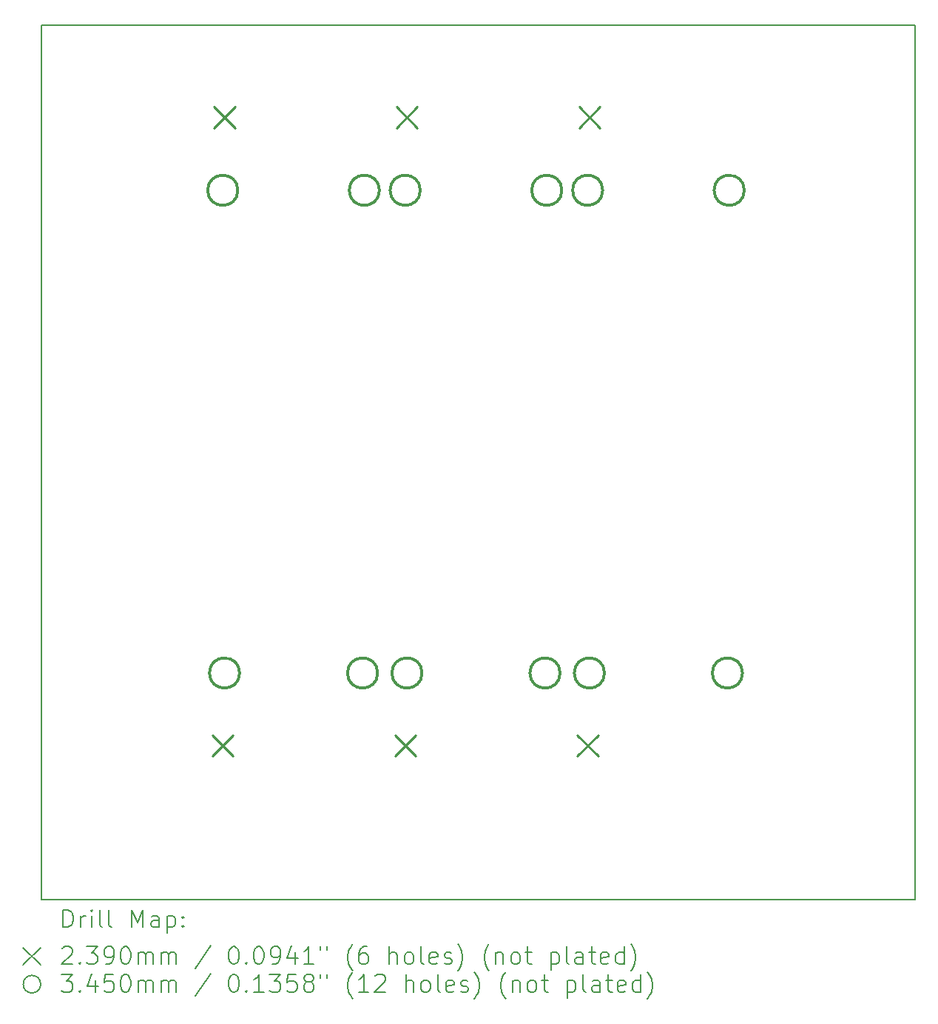
<source format=gbr>
%TF.GenerationSoftware,KiCad,Pcbnew,(6.0.7)*%
%TF.CreationDate,2022-10-24T21:40:08-07:00*%
%TF.ProjectId,18650_3s2p,31383635-305f-4337-9332-702e6b696361,2.0*%
%TF.SameCoordinates,Original*%
%TF.FileFunction,Drillmap*%
%TF.FilePolarity,Positive*%
%FSLAX45Y45*%
G04 Gerber Fmt 4.5, Leading zero omitted, Abs format (unit mm)*
G04 Created by KiCad (PCBNEW (6.0.7)) date 2022-10-24 21:40:08*
%MOMM*%
%LPD*%
G01*
G04 APERTURE LIST*
%ADD10C,0.200000*%
%ADD11C,0.239000*%
%ADD12C,0.345000*%
G04 APERTURE END LIST*
D10*
X5000000Y-5000000D02*
X15000000Y-5000000D01*
X15000000Y-5000000D02*
X15000000Y-15000000D01*
X15000000Y-15000000D02*
X5000000Y-15000000D01*
X5000000Y-15000000D02*
X5000000Y-5000000D01*
D11*
X6954500Y-13125500D02*
X7193500Y-13364500D01*
X7193500Y-13125500D02*
X6954500Y-13364500D01*
X6974500Y-5939500D02*
X7213500Y-6178500D01*
X7213500Y-5939500D02*
X6974500Y-6178500D01*
X9042500Y-13125500D02*
X9281500Y-13364500D01*
X9281500Y-13125500D02*
X9042500Y-13364500D01*
X9062500Y-5939500D02*
X9301500Y-6178500D01*
X9301500Y-5939500D02*
X9062500Y-6178500D01*
X11130500Y-13125500D02*
X11369500Y-13364500D01*
X11369500Y-13125500D02*
X11130500Y-13364500D01*
X11150500Y-5939500D02*
X11389500Y-6178500D01*
X11389500Y-5939500D02*
X11150500Y-6178500D01*
D12*
X7246500Y-6892000D02*
G75*
G03*
X7246500Y-6892000I-172500J0D01*
G01*
X7266500Y-12412000D02*
G75*
G03*
X7266500Y-12412000I-172500J0D01*
G01*
X8846500Y-12412000D02*
G75*
G03*
X8846500Y-12412000I-172500J0D01*
G01*
X8866500Y-6892000D02*
G75*
G03*
X8866500Y-6892000I-172500J0D01*
G01*
X9334500Y-6892000D02*
G75*
G03*
X9334500Y-6892000I-172500J0D01*
G01*
X9354500Y-12412000D02*
G75*
G03*
X9354500Y-12412000I-172500J0D01*
G01*
X10934500Y-12412000D02*
G75*
G03*
X10934500Y-12412000I-172500J0D01*
G01*
X10954500Y-6892000D02*
G75*
G03*
X10954500Y-6892000I-172500J0D01*
G01*
X11422500Y-6892000D02*
G75*
G03*
X11422500Y-6892000I-172500J0D01*
G01*
X11442500Y-12412000D02*
G75*
G03*
X11442500Y-12412000I-172500J0D01*
G01*
X13022500Y-12412000D02*
G75*
G03*
X13022500Y-12412000I-172500J0D01*
G01*
X13042500Y-6892000D02*
G75*
G03*
X13042500Y-6892000I-172500J0D01*
G01*
D10*
X5247619Y-15320476D02*
X5247619Y-15120476D01*
X5295238Y-15120476D01*
X5323810Y-15130000D01*
X5342857Y-15149048D01*
X5352381Y-15168095D01*
X5361905Y-15206190D01*
X5361905Y-15234762D01*
X5352381Y-15272857D01*
X5342857Y-15291905D01*
X5323810Y-15310952D01*
X5295238Y-15320476D01*
X5247619Y-15320476D01*
X5447619Y-15320476D02*
X5447619Y-15187143D01*
X5447619Y-15225238D02*
X5457143Y-15206190D01*
X5466667Y-15196667D01*
X5485714Y-15187143D01*
X5504762Y-15187143D01*
X5571429Y-15320476D02*
X5571429Y-15187143D01*
X5571429Y-15120476D02*
X5561905Y-15130000D01*
X5571429Y-15139524D01*
X5580952Y-15130000D01*
X5571429Y-15120476D01*
X5571429Y-15139524D01*
X5695238Y-15320476D02*
X5676190Y-15310952D01*
X5666667Y-15291905D01*
X5666667Y-15120476D01*
X5800000Y-15320476D02*
X5780952Y-15310952D01*
X5771428Y-15291905D01*
X5771428Y-15120476D01*
X6028571Y-15320476D02*
X6028571Y-15120476D01*
X6095238Y-15263333D01*
X6161905Y-15120476D01*
X6161905Y-15320476D01*
X6342857Y-15320476D02*
X6342857Y-15215714D01*
X6333333Y-15196667D01*
X6314286Y-15187143D01*
X6276190Y-15187143D01*
X6257143Y-15196667D01*
X6342857Y-15310952D02*
X6323809Y-15320476D01*
X6276190Y-15320476D01*
X6257143Y-15310952D01*
X6247619Y-15291905D01*
X6247619Y-15272857D01*
X6257143Y-15253809D01*
X6276190Y-15244286D01*
X6323809Y-15244286D01*
X6342857Y-15234762D01*
X6438095Y-15187143D02*
X6438095Y-15387143D01*
X6438095Y-15196667D02*
X6457143Y-15187143D01*
X6495238Y-15187143D01*
X6514286Y-15196667D01*
X6523809Y-15206190D01*
X6533333Y-15225238D01*
X6533333Y-15282381D01*
X6523809Y-15301428D01*
X6514286Y-15310952D01*
X6495238Y-15320476D01*
X6457143Y-15320476D01*
X6438095Y-15310952D01*
X6619048Y-15301428D02*
X6628571Y-15310952D01*
X6619048Y-15320476D01*
X6609524Y-15310952D01*
X6619048Y-15301428D01*
X6619048Y-15320476D01*
X6619048Y-15196667D02*
X6628571Y-15206190D01*
X6619048Y-15215714D01*
X6609524Y-15206190D01*
X6619048Y-15196667D01*
X6619048Y-15215714D01*
X4790000Y-15550000D02*
X4990000Y-15750000D01*
X4990000Y-15550000D02*
X4790000Y-15750000D01*
X5238095Y-15559524D02*
X5247619Y-15550000D01*
X5266667Y-15540476D01*
X5314286Y-15540476D01*
X5333333Y-15550000D01*
X5342857Y-15559524D01*
X5352381Y-15578571D01*
X5352381Y-15597619D01*
X5342857Y-15626190D01*
X5228571Y-15740476D01*
X5352381Y-15740476D01*
X5438095Y-15721428D02*
X5447619Y-15730952D01*
X5438095Y-15740476D01*
X5428571Y-15730952D01*
X5438095Y-15721428D01*
X5438095Y-15740476D01*
X5514286Y-15540476D02*
X5638095Y-15540476D01*
X5571429Y-15616667D01*
X5600000Y-15616667D01*
X5619048Y-15626190D01*
X5628571Y-15635714D01*
X5638095Y-15654762D01*
X5638095Y-15702381D01*
X5628571Y-15721428D01*
X5619048Y-15730952D01*
X5600000Y-15740476D01*
X5542857Y-15740476D01*
X5523810Y-15730952D01*
X5514286Y-15721428D01*
X5733333Y-15740476D02*
X5771428Y-15740476D01*
X5790476Y-15730952D01*
X5800000Y-15721428D01*
X5819048Y-15692857D01*
X5828571Y-15654762D01*
X5828571Y-15578571D01*
X5819048Y-15559524D01*
X5809524Y-15550000D01*
X5790476Y-15540476D01*
X5752381Y-15540476D01*
X5733333Y-15550000D01*
X5723809Y-15559524D01*
X5714286Y-15578571D01*
X5714286Y-15626190D01*
X5723809Y-15645238D01*
X5733333Y-15654762D01*
X5752381Y-15664286D01*
X5790476Y-15664286D01*
X5809524Y-15654762D01*
X5819048Y-15645238D01*
X5828571Y-15626190D01*
X5952381Y-15540476D02*
X5971428Y-15540476D01*
X5990476Y-15550000D01*
X6000000Y-15559524D01*
X6009524Y-15578571D01*
X6019048Y-15616667D01*
X6019048Y-15664286D01*
X6009524Y-15702381D01*
X6000000Y-15721428D01*
X5990476Y-15730952D01*
X5971428Y-15740476D01*
X5952381Y-15740476D01*
X5933333Y-15730952D01*
X5923809Y-15721428D01*
X5914286Y-15702381D01*
X5904762Y-15664286D01*
X5904762Y-15616667D01*
X5914286Y-15578571D01*
X5923809Y-15559524D01*
X5933333Y-15550000D01*
X5952381Y-15540476D01*
X6104762Y-15740476D02*
X6104762Y-15607143D01*
X6104762Y-15626190D02*
X6114286Y-15616667D01*
X6133333Y-15607143D01*
X6161905Y-15607143D01*
X6180952Y-15616667D01*
X6190476Y-15635714D01*
X6190476Y-15740476D01*
X6190476Y-15635714D02*
X6200000Y-15616667D01*
X6219048Y-15607143D01*
X6247619Y-15607143D01*
X6266667Y-15616667D01*
X6276190Y-15635714D01*
X6276190Y-15740476D01*
X6371428Y-15740476D02*
X6371428Y-15607143D01*
X6371428Y-15626190D02*
X6380952Y-15616667D01*
X6400000Y-15607143D01*
X6428571Y-15607143D01*
X6447619Y-15616667D01*
X6457143Y-15635714D01*
X6457143Y-15740476D01*
X6457143Y-15635714D02*
X6466667Y-15616667D01*
X6485714Y-15607143D01*
X6514286Y-15607143D01*
X6533333Y-15616667D01*
X6542857Y-15635714D01*
X6542857Y-15740476D01*
X6933333Y-15530952D02*
X6761905Y-15788095D01*
X7190476Y-15540476D02*
X7209524Y-15540476D01*
X7228571Y-15550000D01*
X7238095Y-15559524D01*
X7247619Y-15578571D01*
X7257143Y-15616667D01*
X7257143Y-15664286D01*
X7247619Y-15702381D01*
X7238095Y-15721428D01*
X7228571Y-15730952D01*
X7209524Y-15740476D01*
X7190476Y-15740476D01*
X7171428Y-15730952D01*
X7161905Y-15721428D01*
X7152381Y-15702381D01*
X7142857Y-15664286D01*
X7142857Y-15616667D01*
X7152381Y-15578571D01*
X7161905Y-15559524D01*
X7171428Y-15550000D01*
X7190476Y-15540476D01*
X7342857Y-15721428D02*
X7352381Y-15730952D01*
X7342857Y-15740476D01*
X7333333Y-15730952D01*
X7342857Y-15721428D01*
X7342857Y-15740476D01*
X7476190Y-15540476D02*
X7495238Y-15540476D01*
X7514286Y-15550000D01*
X7523809Y-15559524D01*
X7533333Y-15578571D01*
X7542857Y-15616667D01*
X7542857Y-15664286D01*
X7533333Y-15702381D01*
X7523809Y-15721428D01*
X7514286Y-15730952D01*
X7495238Y-15740476D01*
X7476190Y-15740476D01*
X7457143Y-15730952D01*
X7447619Y-15721428D01*
X7438095Y-15702381D01*
X7428571Y-15664286D01*
X7428571Y-15616667D01*
X7438095Y-15578571D01*
X7447619Y-15559524D01*
X7457143Y-15550000D01*
X7476190Y-15540476D01*
X7638095Y-15740476D02*
X7676190Y-15740476D01*
X7695238Y-15730952D01*
X7704762Y-15721428D01*
X7723809Y-15692857D01*
X7733333Y-15654762D01*
X7733333Y-15578571D01*
X7723809Y-15559524D01*
X7714286Y-15550000D01*
X7695238Y-15540476D01*
X7657143Y-15540476D01*
X7638095Y-15550000D01*
X7628571Y-15559524D01*
X7619048Y-15578571D01*
X7619048Y-15626190D01*
X7628571Y-15645238D01*
X7638095Y-15654762D01*
X7657143Y-15664286D01*
X7695238Y-15664286D01*
X7714286Y-15654762D01*
X7723809Y-15645238D01*
X7733333Y-15626190D01*
X7904762Y-15607143D02*
X7904762Y-15740476D01*
X7857143Y-15530952D02*
X7809524Y-15673809D01*
X7933333Y-15673809D01*
X8114286Y-15740476D02*
X8000000Y-15740476D01*
X8057143Y-15740476D02*
X8057143Y-15540476D01*
X8038095Y-15569048D01*
X8019048Y-15588095D01*
X8000000Y-15597619D01*
X8190476Y-15540476D02*
X8190476Y-15578571D01*
X8266667Y-15540476D02*
X8266667Y-15578571D01*
X8561905Y-15816667D02*
X8552381Y-15807143D01*
X8533333Y-15778571D01*
X8523810Y-15759524D01*
X8514286Y-15730952D01*
X8504762Y-15683333D01*
X8504762Y-15645238D01*
X8514286Y-15597619D01*
X8523810Y-15569048D01*
X8533333Y-15550000D01*
X8552381Y-15521428D01*
X8561905Y-15511905D01*
X8723810Y-15540476D02*
X8685714Y-15540476D01*
X8666667Y-15550000D01*
X8657143Y-15559524D01*
X8638095Y-15588095D01*
X8628571Y-15626190D01*
X8628571Y-15702381D01*
X8638095Y-15721428D01*
X8647619Y-15730952D01*
X8666667Y-15740476D01*
X8704762Y-15740476D01*
X8723810Y-15730952D01*
X8733333Y-15721428D01*
X8742857Y-15702381D01*
X8742857Y-15654762D01*
X8733333Y-15635714D01*
X8723810Y-15626190D01*
X8704762Y-15616667D01*
X8666667Y-15616667D01*
X8647619Y-15626190D01*
X8638095Y-15635714D01*
X8628571Y-15654762D01*
X8980952Y-15740476D02*
X8980952Y-15540476D01*
X9066667Y-15740476D02*
X9066667Y-15635714D01*
X9057143Y-15616667D01*
X9038095Y-15607143D01*
X9009524Y-15607143D01*
X8990476Y-15616667D01*
X8980952Y-15626190D01*
X9190476Y-15740476D02*
X9171429Y-15730952D01*
X9161905Y-15721428D01*
X9152381Y-15702381D01*
X9152381Y-15645238D01*
X9161905Y-15626190D01*
X9171429Y-15616667D01*
X9190476Y-15607143D01*
X9219048Y-15607143D01*
X9238095Y-15616667D01*
X9247619Y-15626190D01*
X9257143Y-15645238D01*
X9257143Y-15702381D01*
X9247619Y-15721428D01*
X9238095Y-15730952D01*
X9219048Y-15740476D01*
X9190476Y-15740476D01*
X9371429Y-15740476D02*
X9352381Y-15730952D01*
X9342857Y-15711905D01*
X9342857Y-15540476D01*
X9523810Y-15730952D02*
X9504762Y-15740476D01*
X9466667Y-15740476D01*
X9447619Y-15730952D01*
X9438095Y-15711905D01*
X9438095Y-15635714D01*
X9447619Y-15616667D01*
X9466667Y-15607143D01*
X9504762Y-15607143D01*
X9523810Y-15616667D01*
X9533333Y-15635714D01*
X9533333Y-15654762D01*
X9438095Y-15673809D01*
X9609524Y-15730952D02*
X9628571Y-15740476D01*
X9666667Y-15740476D01*
X9685714Y-15730952D01*
X9695238Y-15711905D01*
X9695238Y-15702381D01*
X9685714Y-15683333D01*
X9666667Y-15673809D01*
X9638095Y-15673809D01*
X9619048Y-15664286D01*
X9609524Y-15645238D01*
X9609524Y-15635714D01*
X9619048Y-15616667D01*
X9638095Y-15607143D01*
X9666667Y-15607143D01*
X9685714Y-15616667D01*
X9761905Y-15816667D02*
X9771429Y-15807143D01*
X9790476Y-15778571D01*
X9800000Y-15759524D01*
X9809524Y-15730952D01*
X9819048Y-15683333D01*
X9819048Y-15645238D01*
X9809524Y-15597619D01*
X9800000Y-15569048D01*
X9790476Y-15550000D01*
X9771429Y-15521428D01*
X9761905Y-15511905D01*
X10123810Y-15816667D02*
X10114286Y-15807143D01*
X10095238Y-15778571D01*
X10085714Y-15759524D01*
X10076190Y-15730952D01*
X10066667Y-15683333D01*
X10066667Y-15645238D01*
X10076190Y-15597619D01*
X10085714Y-15569048D01*
X10095238Y-15550000D01*
X10114286Y-15521428D01*
X10123810Y-15511905D01*
X10200000Y-15607143D02*
X10200000Y-15740476D01*
X10200000Y-15626190D02*
X10209524Y-15616667D01*
X10228571Y-15607143D01*
X10257143Y-15607143D01*
X10276190Y-15616667D01*
X10285714Y-15635714D01*
X10285714Y-15740476D01*
X10409524Y-15740476D02*
X10390476Y-15730952D01*
X10380952Y-15721428D01*
X10371429Y-15702381D01*
X10371429Y-15645238D01*
X10380952Y-15626190D01*
X10390476Y-15616667D01*
X10409524Y-15607143D01*
X10438095Y-15607143D01*
X10457143Y-15616667D01*
X10466667Y-15626190D01*
X10476190Y-15645238D01*
X10476190Y-15702381D01*
X10466667Y-15721428D01*
X10457143Y-15730952D01*
X10438095Y-15740476D01*
X10409524Y-15740476D01*
X10533333Y-15607143D02*
X10609524Y-15607143D01*
X10561905Y-15540476D02*
X10561905Y-15711905D01*
X10571429Y-15730952D01*
X10590476Y-15740476D01*
X10609524Y-15740476D01*
X10828571Y-15607143D02*
X10828571Y-15807143D01*
X10828571Y-15616667D02*
X10847619Y-15607143D01*
X10885714Y-15607143D01*
X10904762Y-15616667D01*
X10914286Y-15626190D01*
X10923810Y-15645238D01*
X10923810Y-15702381D01*
X10914286Y-15721428D01*
X10904762Y-15730952D01*
X10885714Y-15740476D01*
X10847619Y-15740476D01*
X10828571Y-15730952D01*
X11038095Y-15740476D02*
X11019048Y-15730952D01*
X11009524Y-15711905D01*
X11009524Y-15540476D01*
X11200000Y-15740476D02*
X11200000Y-15635714D01*
X11190476Y-15616667D01*
X11171429Y-15607143D01*
X11133333Y-15607143D01*
X11114286Y-15616667D01*
X11200000Y-15730952D02*
X11180952Y-15740476D01*
X11133333Y-15740476D01*
X11114286Y-15730952D01*
X11104762Y-15711905D01*
X11104762Y-15692857D01*
X11114286Y-15673809D01*
X11133333Y-15664286D01*
X11180952Y-15664286D01*
X11200000Y-15654762D01*
X11266667Y-15607143D02*
X11342857Y-15607143D01*
X11295238Y-15540476D02*
X11295238Y-15711905D01*
X11304762Y-15730952D01*
X11323809Y-15740476D01*
X11342857Y-15740476D01*
X11485714Y-15730952D02*
X11466667Y-15740476D01*
X11428571Y-15740476D01*
X11409524Y-15730952D01*
X11400000Y-15711905D01*
X11400000Y-15635714D01*
X11409524Y-15616667D01*
X11428571Y-15607143D01*
X11466667Y-15607143D01*
X11485714Y-15616667D01*
X11495238Y-15635714D01*
X11495238Y-15654762D01*
X11400000Y-15673809D01*
X11666667Y-15740476D02*
X11666667Y-15540476D01*
X11666667Y-15730952D02*
X11647619Y-15740476D01*
X11609524Y-15740476D01*
X11590476Y-15730952D01*
X11580952Y-15721428D01*
X11571428Y-15702381D01*
X11571428Y-15645238D01*
X11580952Y-15626190D01*
X11590476Y-15616667D01*
X11609524Y-15607143D01*
X11647619Y-15607143D01*
X11666667Y-15616667D01*
X11742857Y-15816667D02*
X11752381Y-15807143D01*
X11771428Y-15778571D01*
X11780952Y-15759524D01*
X11790476Y-15730952D01*
X11800000Y-15683333D01*
X11800000Y-15645238D01*
X11790476Y-15597619D01*
X11780952Y-15569048D01*
X11771428Y-15550000D01*
X11752381Y-15521428D01*
X11742857Y-15511905D01*
X4990000Y-15970000D02*
G75*
G03*
X4990000Y-15970000I-100000J0D01*
G01*
X5228571Y-15860476D02*
X5352381Y-15860476D01*
X5285714Y-15936667D01*
X5314286Y-15936667D01*
X5333333Y-15946190D01*
X5342857Y-15955714D01*
X5352381Y-15974762D01*
X5352381Y-16022381D01*
X5342857Y-16041428D01*
X5333333Y-16050952D01*
X5314286Y-16060476D01*
X5257143Y-16060476D01*
X5238095Y-16050952D01*
X5228571Y-16041428D01*
X5438095Y-16041428D02*
X5447619Y-16050952D01*
X5438095Y-16060476D01*
X5428571Y-16050952D01*
X5438095Y-16041428D01*
X5438095Y-16060476D01*
X5619048Y-15927143D02*
X5619048Y-16060476D01*
X5571429Y-15850952D02*
X5523810Y-15993809D01*
X5647619Y-15993809D01*
X5819048Y-15860476D02*
X5723809Y-15860476D01*
X5714286Y-15955714D01*
X5723809Y-15946190D01*
X5742857Y-15936667D01*
X5790476Y-15936667D01*
X5809524Y-15946190D01*
X5819048Y-15955714D01*
X5828571Y-15974762D01*
X5828571Y-16022381D01*
X5819048Y-16041428D01*
X5809524Y-16050952D01*
X5790476Y-16060476D01*
X5742857Y-16060476D01*
X5723809Y-16050952D01*
X5714286Y-16041428D01*
X5952381Y-15860476D02*
X5971428Y-15860476D01*
X5990476Y-15870000D01*
X6000000Y-15879524D01*
X6009524Y-15898571D01*
X6019048Y-15936667D01*
X6019048Y-15984286D01*
X6009524Y-16022381D01*
X6000000Y-16041428D01*
X5990476Y-16050952D01*
X5971428Y-16060476D01*
X5952381Y-16060476D01*
X5933333Y-16050952D01*
X5923809Y-16041428D01*
X5914286Y-16022381D01*
X5904762Y-15984286D01*
X5904762Y-15936667D01*
X5914286Y-15898571D01*
X5923809Y-15879524D01*
X5933333Y-15870000D01*
X5952381Y-15860476D01*
X6104762Y-16060476D02*
X6104762Y-15927143D01*
X6104762Y-15946190D02*
X6114286Y-15936667D01*
X6133333Y-15927143D01*
X6161905Y-15927143D01*
X6180952Y-15936667D01*
X6190476Y-15955714D01*
X6190476Y-16060476D01*
X6190476Y-15955714D02*
X6200000Y-15936667D01*
X6219048Y-15927143D01*
X6247619Y-15927143D01*
X6266667Y-15936667D01*
X6276190Y-15955714D01*
X6276190Y-16060476D01*
X6371428Y-16060476D02*
X6371428Y-15927143D01*
X6371428Y-15946190D02*
X6380952Y-15936667D01*
X6400000Y-15927143D01*
X6428571Y-15927143D01*
X6447619Y-15936667D01*
X6457143Y-15955714D01*
X6457143Y-16060476D01*
X6457143Y-15955714D02*
X6466667Y-15936667D01*
X6485714Y-15927143D01*
X6514286Y-15927143D01*
X6533333Y-15936667D01*
X6542857Y-15955714D01*
X6542857Y-16060476D01*
X6933333Y-15850952D02*
X6761905Y-16108095D01*
X7190476Y-15860476D02*
X7209524Y-15860476D01*
X7228571Y-15870000D01*
X7238095Y-15879524D01*
X7247619Y-15898571D01*
X7257143Y-15936667D01*
X7257143Y-15984286D01*
X7247619Y-16022381D01*
X7238095Y-16041428D01*
X7228571Y-16050952D01*
X7209524Y-16060476D01*
X7190476Y-16060476D01*
X7171428Y-16050952D01*
X7161905Y-16041428D01*
X7152381Y-16022381D01*
X7142857Y-15984286D01*
X7142857Y-15936667D01*
X7152381Y-15898571D01*
X7161905Y-15879524D01*
X7171428Y-15870000D01*
X7190476Y-15860476D01*
X7342857Y-16041428D02*
X7352381Y-16050952D01*
X7342857Y-16060476D01*
X7333333Y-16050952D01*
X7342857Y-16041428D01*
X7342857Y-16060476D01*
X7542857Y-16060476D02*
X7428571Y-16060476D01*
X7485714Y-16060476D02*
X7485714Y-15860476D01*
X7466667Y-15889048D01*
X7447619Y-15908095D01*
X7428571Y-15917619D01*
X7609524Y-15860476D02*
X7733333Y-15860476D01*
X7666667Y-15936667D01*
X7695238Y-15936667D01*
X7714286Y-15946190D01*
X7723809Y-15955714D01*
X7733333Y-15974762D01*
X7733333Y-16022381D01*
X7723809Y-16041428D01*
X7714286Y-16050952D01*
X7695238Y-16060476D01*
X7638095Y-16060476D01*
X7619048Y-16050952D01*
X7609524Y-16041428D01*
X7914286Y-15860476D02*
X7819048Y-15860476D01*
X7809524Y-15955714D01*
X7819048Y-15946190D01*
X7838095Y-15936667D01*
X7885714Y-15936667D01*
X7904762Y-15946190D01*
X7914286Y-15955714D01*
X7923809Y-15974762D01*
X7923809Y-16022381D01*
X7914286Y-16041428D01*
X7904762Y-16050952D01*
X7885714Y-16060476D01*
X7838095Y-16060476D01*
X7819048Y-16050952D01*
X7809524Y-16041428D01*
X8038095Y-15946190D02*
X8019048Y-15936667D01*
X8009524Y-15927143D01*
X8000000Y-15908095D01*
X8000000Y-15898571D01*
X8009524Y-15879524D01*
X8019048Y-15870000D01*
X8038095Y-15860476D01*
X8076190Y-15860476D01*
X8095238Y-15870000D01*
X8104762Y-15879524D01*
X8114286Y-15898571D01*
X8114286Y-15908095D01*
X8104762Y-15927143D01*
X8095238Y-15936667D01*
X8076190Y-15946190D01*
X8038095Y-15946190D01*
X8019048Y-15955714D01*
X8009524Y-15965238D01*
X8000000Y-15984286D01*
X8000000Y-16022381D01*
X8009524Y-16041428D01*
X8019048Y-16050952D01*
X8038095Y-16060476D01*
X8076190Y-16060476D01*
X8095238Y-16050952D01*
X8104762Y-16041428D01*
X8114286Y-16022381D01*
X8114286Y-15984286D01*
X8104762Y-15965238D01*
X8095238Y-15955714D01*
X8076190Y-15946190D01*
X8190476Y-15860476D02*
X8190476Y-15898571D01*
X8266667Y-15860476D02*
X8266667Y-15898571D01*
X8561905Y-16136667D02*
X8552381Y-16127143D01*
X8533333Y-16098571D01*
X8523810Y-16079524D01*
X8514286Y-16050952D01*
X8504762Y-16003333D01*
X8504762Y-15965238D01*
X8514286Y-15917619D01*
X8523810Y-15889048D01*
X8533333Y-15870000D01*
X8552381Y-15841428D01*
X8561905Y-15831905D01*
X8742857Y-16060476D02*
X8628571Y-16060476D01*
X8685714Y-16060476D02*
X8685714Y-15860476D01*
X8666667Y-15889048D01*
X8647619Y-15908095D01*
X8628571Y-15917619D01*
X8819048Y-15879524D02*
X8828571Y-15870000D01*
X8847619Y-15860476D01*
X8895238Y-15860476D01*
X8914286Y-15870000D01*
X8923810Y-15879524D01*
X8933333Y-15898571D01*
X8933333Y-15917619D01*
X8923810Y-15946190D01*
X8809524Y-16060476D01*
X8933333Y-16060476D01*
X9171429Y-16060476D02*
X9171429Y-15860476D01*
X9257143Y-16060476D02*
X9257143Y-15955714D01*
X9247619Y-15936667D01*
X9228571Y-15927143D01*
X9200000Y-15927143D01*
X9180952Y-15936667D01*
X9171429Y-15946190D01*
X9380952Y-16060476D02*
X9361905Y-16050952D01*
X9352381Y-16041428D01*
X9342857Y-16022381D01*
X9342857Y-15965238D01*
X9352381Y-15946190D01*
X9361905Y-15936667D01*
X9380952Y-15927143D01*
X9409524Y-15927143D01*
X9428571Y-15936667D01*
X9438095Y-15946190D01*
X9447619Y-15965238D01*
X9447619Y-16022381D01*
X9438095Y-16041428D01*
X9428571Y-16050952D01*
X9409524Y-16060476D01*
X9380952Y-16060476D01*
X9561905Y-16060476D02*
X9542857Y-16050952D01*
X9533333Y-16031905D01*
X9533333Y-15860476D01*
X9714286Y-16050952D02*
X9695238Y-16060476D01*
X9657143Y-16060476D01*
X9638095Y-16050952D01*
X9628571Y-16031905D01*
X9628571Y-15955714D01*
X9638095Y-15936667D01*
X9657143Y-15927143D01*
X9695238Y-15927143D01*
X9714286Y-15936667D01*
X9723810Y-15955714D01*
X9723810Y-15974762D01*
X9628571Y-15993809D01*
X9800000Y-16050952D02*
X9819048Y-16060476D01*
X9857143Y-16060476D01*
X9876190Y-16050952D01*
X9885714Y-16031905D01*
X9885714Y-16022381D01*
X9876190Y-16003333D01*
X9857143Y-15993809D01*
X9828571Y-15993809D01*
X9809524Y-15984286D01*
X9800000Y-15965238D01*
X9800000Y-15955714D01*
X9809524Y-15936667D01*
X9828571Y-15927143D01*
X9857143Y-15927143D01*
X9876190Y-15936667D01*
X9952381Y-16136667D02*
X9961905Y-16127143D01*
X9980952Y-16098571D01*
X9990476Y-16079524D01*
X10000000Y-16050952D01*
X10009524Y-16003333D01*
X10009524Y-15965238D01*
X10000000Y-15917619D01*
X9990476Y-15889048D01*
X9980952Y-15870000D01*
X9961905Y-15841428D01*
X9952381Y-15831905D01*
X10314286Y-16136667D02*
X10304762Y-16127143D01*
X10285714Y-16098571D01*
X10276190Y-16079524D01*
X10266667Y-16050952D01*
X10257143Y-16003333D01*
X10257143Y-15965238D01*
X10266667Y-15917619D01*
X10276190Y-15889048D01*
X10285714Y-15870000D01*
X10304762Y-15841428D01*
X10314286Y-15831905D01*
X10390476Y-15927143D02*
X10390476Y-16060476D01*
X10390476Y-15946190D02*
X10400000Y-15936667D01*
X10419048Y-15927143D01*
X10447619Y-15927143D01*
X10466667Y-15936667D01*
X10476190Y-15955714D01*
X10476190Y-16060476D01*
X10600000Y-16060476D02*
X10580952Y-16050952D01*
X10571429Y-16041428D01*
X10561905Y-16022381D01*
X10561905Y-15965238D01*
X10571429Y-15946190D01*
X10580952Y-15936667D01*
X10600000Y-15927143D01*
X10628571Y-15927143D01*
X10647619Y-15936667D01*
X10657143Y-15946190D01*
X10666667Y-15965238D01*
X10666667Y-16022381D01*
X10657143Y-16041428D01*
X10647619Y-16050952D01*
X10628571Y-16060476D01*
X10600000Y-16060476D01*
X10723810Y-15927143D02*
X10800000Y-15927143D01*
X10752381Y-15860476D02*
X10752381Y-16031905D01*
X10761905Y-16050952D01*
X10780952Y-16060476D01*
X10800000Y-16060476D01*
X11019048Y-15927143D02*
X11019048Y-16127143D01*
X11019048Y-15936667D02*
X11038095Y-15927143D01*
X11076190Y-15927143D01*
X11095238Y-15936667D01*
X11104762Y-15946190D01*
X11114286Y-15965238D01*
X11114286Y-16022381D01*
X11104762Y-16041428D01*
X11095238Y-16050952D01*
X11076190Y-16060476D01*
X11038095Y-16060476D01*
X11019048Y-16050952D01*
X11228571Y-16060476D02*
X11209524Y-16050952D01*
X11200000Y-16031905D01*
X11200000Y-15860476D01*
X11390476Y-16060476D02*
X11390476Y-15955714D01*
X11380952Y-15936667D01*
X11361905Y-15927143D01*
X11323809Y-15927143D01*
X11304762Y-15936667D01*
X11390476Y-16050952D02*
X11371428Y-16060476D01*
X11323809Y-16060476D01*
X11304762Y-16050952D01*
X11295238Y-16031905D01*
X11295238Y-16012857D01*
X11304762Y-15993809D01*
X11323809Y-15984286D01*
X11371428Y-15984286D01*
X11390476Y-15974762D01*
X11457143Y-15927143D02*
X11533333Y-15927143D01*
X11485714Y-15860476D02*
X11485714Y-16031905D01*
X11495238Y-16050952D01*
X11514286Y-16060476D01*
X11533333Y-16060476D01*
X11676190Y-16050952D02*
X11657143Y-16060476D01*
X11619048Y-16060476D01*
X11600000Y-16050952D01*
X11590476Y-16031905D01*
X11590476Y-15955714D01*
X11600000Y-15936667D01*
X11619048Y-15927143D01*
X11657143Y-15927143D01*
X11676190Y-15936667D01*
X11685714Y-15955714D01*
X11685714Y-15974762D01*
X11590476Y-15993809D01*
X11857143Y-16060476D02*
X11857143Y-15860476D01*
X11857143Y-16050952D02*
X11838095Y-16060476D01*
X11800000Y-16060476D01*
X11780952Y-16050952D01*
X11771428Y-16041428D01*
X11761905Y-16022381D01*
X11761905Y-15965238D01*
X11771428Y-15946190D01*
X11780952Y-15936667D01*
X11800000Y-15927143D01*
X11838095Y-15927143D01*
X11857143Y-15936667D01*
X11933333Y-16136667D02*
X11942857Y-16127143D01*
X11961905Y-16098571D01*
X11971428Y-16079524D01*
X11980952Y-16050952D01*
X11990476Y-16003333D01*
X11990476Y-15965238D01*
X11980952Y-15917619D01*
X11971428Y-15889048D01*
X11961905Y-15870000D01*
X11942857Y-15841428D01*
X11933333Y-15831905D01*
M02*

</source>
